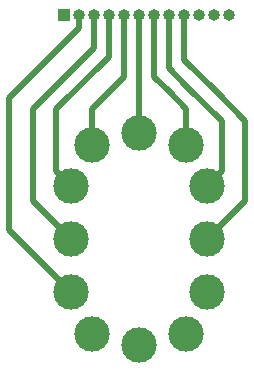
<source format=gbr>
%TF.GenerationSoftware,KiCad,Pcbnew,(6.0.1-0)*%
%TF.CreationDate,2022-02-14T16:52:24-05:00*%
%TF.ProjectId,nixie_daughter,6e697869-655f-4646-9175-67687465722e,rev?*%
%TF.SameCoordinates,Original*%
%TF.FileFunction,Copper,L1,Top*%
%TF.FilePolarity,Positive*%
%FSLAX46Y46*%
G04 Gerber Fmt 4.6, Leading zero omitted, Abs format (unit mm)*
G04 Created by KiCad (PCBNEW (6.0.1-0)) date 2022-02-14 16:52:24*
%MOMM*%
%LPD*%
G01*
G04 APERTURE LIST*
%TA.AperFunction,ComponentPad*%
%ADD10C,3.000000*%
%TD*%
%TA.AperFunction,ComponentPad*%
%ADD11R,1.000000X1.000000*%
%TD*%
%TA.AperFunction,ComponentPad*%
%ADD12O,1.000000X1.000000*%
%TD*%
%TA.AperFunction,Conductor*%
%ADD13C,0.508000*%
%TD*%
G04 APERTURE END LIST*
D10*
%TO.P,IN-12,1,Pin_1*%
%TO.N,Net-(IN-12B1-Pad1)*%
X119000000Y-122000000D03*
%TO.P,IN-12,2,Pin_2*%
%TO.N,Net-(IN-12B1-Pad2)*%
X117250000Y-118500000D03*
%TO.P,IN-12,3,Pin_3*%
%TO.N,Net-(IN-12B1-Pad3)*%
X117250000Y-114000000D03*
%TO.P,IN-12,4,Pin_4*%
%TO.N,Net-(IN-12B1-Pad4)*%
X117250000Y-109500000D03*
%TO.P,IN-12,5,Pin_5*%
%TO.N,Net-(IN-12B1-Pad5)*%
X119000000Y-106000000D03*
%TO.P,IN-12,6,Pin_6*%
%TO.N,Net-(IN-12B1-Pad6)*%
X123000000Y-105000000D03*
%TO.P,IN-12,7,Pin_7*%
%TO.N,Net-(IN-12B1-Pad7)*%
X127000000Y-106000000D03*
%TO.P,IN-12,8,Pin_8*%
%TO.N,Net-(IN-12B1-Pad8)*%
X128750000Y-109500000D03*
%TO.P,IN-12,9,Pin_9*%
%TO.N,Net-(IN-12B1-Pad9)*%
X128750000Y-114000000D03*
%TO.P,IN-12,10,Pin_10*%
%TO.N,Net-(IN-12B1-Pad10)*%
X128750000Y-118500000D03*
%TO.P,IN-12,11,Pin_11*%
%TO.N,Net-(IN-12B1-Pad11)*%
X127000000Y-122000000D03*
%TO.P,IN-12,12,Pin_12*%
%TO.N,Net-(IN-12B1-Pad12)*%
X123000000Y-123000000D03*
%TD*%
D11*
%TO.P,J1,1,Pin_1*%
%TO.N,Net-(IN-12B1-Pad1)*%
X116650000Y-95000000D03*
D12*
%TO.P,J1,2,Pin_2*%
%TO.N,Net-(IN-12B1-Pad2)*%
X117920000Y-95000000D03*
%TO.P,J1,3,Pin_3*%
%TO.N,Net-(IN-12B1-Pad3)*%
X119190000Y-95000000D03*
%TO.P,J1,4,Pin_4*%
%TO.N,Net-(IN-12B1-Pad4)*%
X120460000Y-95000000D03*
%TO.P,J1,5,Pin_5*%
%TO.N,Net-(IN-12B1-Pad5)*%
X121730000Y-95000000D03*
%TO.P,J1,6,Pin_6*%
%TO.N,Net-(IN-12B1-Pad6)*%
X123000000Y-95000000D03*
%TO.P,J1,7,Pin_7*%
%TO.N,Net-(IN-12B1-Pad7)*%
X124270000Y-95000000D03*
%TO.P,J1,8,Pin_8*%
%TO.N,Net-(IN-12B1-Pad8)*%
X125540000Y-95000000D03*
%TO.P,J1,9,Pin_9*%
%TO.N,Net-(IN-12B1-Pad9)*%
X126810000Y-95000000D03*
%TO.P,J1,10,Pin_10*%
%TO.N,Net-(IN-12B1-Pad10)*%
X128080000Y-95000000D03*
%TO.P,J1,11,Pin_11*%
%TO.N,Net-(IN-12B1-Pad11)*%
X129350000Y-95000000D03*
%TO.P,J1,12,Pin_12*%
%TO.N,Net-(IN-12B1-Pad12)*%
X130620000Y-95000000D03*
%TD*%
D13*
%TO.N,Net-(IN-12B1-Pad2)*%
X112000000Y-102040000D02*
X117920000Y-96120000D01*
X117250000Y-118500000D02*
X112000000Y-113250000D01*
X112000000Y-113250000D02*
X112000000Y-102040000D01*
X117920000Y-96120000D02*
X117920000Y-95000000D01*
%TO.N,Net-(IN-12B1-Pad3)*%
X114000000Y-103000000D02*
X119190000Y-97810000D01*
X119190000Y-97810000D02*
X119190000Y-95000000D01*
X114000000Y-110750000D02*
X114000000Y-103000000D01*
X117250000Y-114000000D02*
X114000000Y-110750000D01*
%TO.N,Net-(IN-12B1-Pad4)*%
X120460000Y-98540000D02*
X120460000Y-95000000D01*
X117250000Y-109500000D02*
X116000000Y-108250000D01*
X116000000Y-103000000D02*
X120460000Y-98540000D01*
X116000000Y-108250000D02*
X116000000Y-103000000D01*
%TO.N,Net-(IN-12B1-Pad5)*%
X119000000Y-106000000D02*
X119830000Y-105170000D01*
X121730000Y-100270000D02*
X121730000Y-95000000D01*
X119000000Y-103000000D02*
X121730000Y-100270000D01*
X119000000Y-106000000D02*
X119000000Y-103000000D01*
%TO.N,Net-(IN-12B1-Pad6)*%
X123000000Y-105000000D02*
X123000000Y-95000000D01*
%TO.N,Net-(IN-12B1-Pad7)*%
X125500000Y-101500000D02*
X127000000Y-103000000D01*
X124270000Y-100270000D02*
X124270000Y-95000000D01*
X127000000Y-103000000D02*
X127000000Y-106000000D01*
X125500000Y-101500000D02*
X124270000Y-100270000D01*
%TO.N,Net-(IN-12B1-Pad8)*%
X127000000Y-101000000D02*
X125540000Y-99540000D01*
X130000000Y-104000000D02*
X130000000Y-108250000D01*
X125540000Y-99540000D02*
X125540000Y-95000000D01*
X127000000Y-101000000D02*
X130000000Y-104000000D01*
X130000000Y-108250000D02*
X128750000Y-109500000D01*
%TO.N,Net-(IN-12B1-Pad9)*%
X126810000Y-98810000D02*
X126810000Y-95000000D01*
X132000000Y-110750000D02*
X128750000Y-114000000D01*
X132000000Y-104000000D02*
X132000000Y-110750000D01*
X129500000Y-101500000D02*
X132000000Y-104000000D01*
X129500000Y-101500000D02*
X126810000Y-98810000D01*
%TD*%
M02*

</source>
